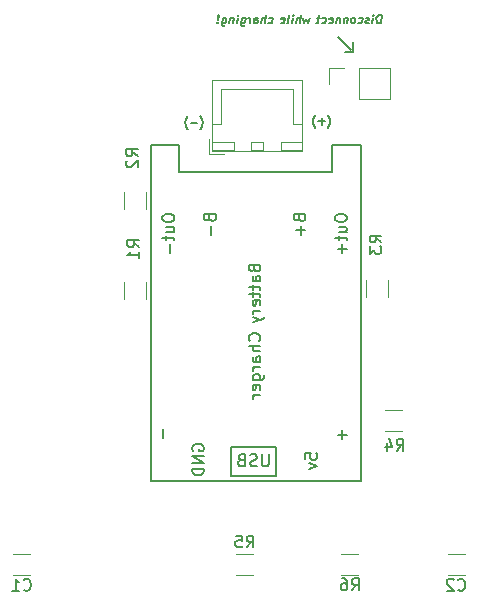
<source format=gbr>
%TF.GenerationSoftware,KiCad,Pcbnew,(7.0.0)*%
%TF.CreationDate,2023-03-13T08:12:35+05:30*%
%TF.ProjectId,Stem,5374656d-2e6b-4696-9361-645f70636258,1.0*%
%TF.SameCoordinates,Original*%
%TF.FileFunction,Legend,Bot*%
%TF.FilePolarity,Positive*%
%FSLAX46Y46*%
G04 Gerber Fmt 4.6, Leading zero omitted, Abs format (unit mm)*
G04 Created by KiCad (PCBNEW (7.0.0)) date 2023-03-13 08:12:35*
%MOMM*%
%LPD*%
G01*
G04 APERTURE LIST*
%ADD10C,0.200000*%
%ADD11C,0.150000*%
%ADD12C,0.120000*%
G04 APERTURE END LIST*
D10*
X154080000Y-53720000D02*
X155180000Y-54820000D01*
X155380000Y-54220000D02*
X155380000Y-55020000D01*
X155380000Y-55020000D02*
X154680000Y-55020000D01*
D11*
X157679164Y-52577166D02*
X157766664Y-51877166D01*
X157766664Y-51877166D02*
X157599997Y-51877166D01*
X157599997Y-51877166D02*
X157495830Y-51910500D01*
X157495830Y-51910500D02*
X157420830Y-51977166D01*
X157420830Y-51977166D02*
X157379164Y-52043833D01*
X157379164Y-52043833D02*
X157329164Y-52177166D01*
X157329164Y-52177166D02*
X157316664Y-52277166D01*
X157316664Y-52277166D02*
X157333330Y-52410500D01*
X157333330Y-52410500D02*
X157358330Y-52477166D01*
X157358330Y-52477166D02*
X157416664Y-52543833D01*
X157416664Y-52543833D02*
X157512497Y-52577166D01*
X157512497Y-52577166D02*
X157679164Y-52577166D01*
X156979164Y-52577166D02*
X157037497Y-52110500D01*
X157066664Y-51877166D02*
X157095830Y-51910500D01*
X157095830Y-51910500D02*
X157058330Y-51943833D01*
X157058330Y-51943833D02*
X157029164Y-51910500D01*
X157029164Y-51910500D02*
X157066664Y-51877166D01*
X157066664Y-51877166D02*
X157058330Y-51943833D01*
X156683331Y-52543833D02*
X156612497Y-52577166D01*
X156612497Y-52577166D02*
X156479164Y-52577166D01*
X156479164Y-52577166D02*
X156416664Y-52543833D01*
X156416664Y-52543833D02*
X156391664Y-52477166D01*
X156391664Y-52477166D02*
X156395831Y-52443833D01*
X156395831Y-52443833D02*
X156437497Y-52377166D01*
X156437497Y-52377166D02*
X156508331Y-52343833D01*
X156508331Y-52343833D02*
X156608331Y-52343833D01*
X156608331Y-52343833D02*
X156679164Y-52310500D01*
X156679164Y-52310500D02*
X156720831Y-52243833D01*
X156720831Y-52243833D02*
X156724997Y-52210500D01*
X156724997Y-52210500D02*
X156699997Y-52143833D01*
X156699997Y-52143833D02*
X156637497Y-52110500D01*
X156637497Y-52110500D02*
X156537497Y-52110500D01*
X156537497Y-52110500D02*
X156466664Y-52143833D01*
X155783330Y-52543833D02*
X155845830Y-52577166D01*
X155845830Y-52577166D02*
X155979164Y-52577166D01*
X155979164Y-52577166D02*
X156049997Y-52543833D01*
X156049997Y-52543833D02*
X156087497Y-52510500D01*
X156087497Y-52510500D02*
X156129164Y-52443833D01*
X156129164Y-52443833D02*
X156154164Y-52243833D01*
X156154164Y-52243833D02*
X156129164Y-52177166D01*
X156129164Y-52177166D02*
X156099997Y-52143833D01*
X156099997Y-52143833D02*
X156037497Y-52110500D01*
X156037497Y-52110500D02*
X155904164Y-52110500D01*
X155904164Y-52110500D02*
X155833330Y-52143833D01*
X155379164Y-52577166D02*
X155449997Y-52543833D01*
X155449997Y-52543833D02*
X155487497Y-52510500D01*
X155487497Y-52510500D02*
X155529164Y-52443833D01*
X155529164Y-52443833D02*
X155554164Y-52243833D01*
X155554164Y-52243833D02*
X155529164Y-52177166D01*
X155529164Y-52177166D02*
X155499997Y-52143833D01*
X155499997Y-52143833D02*
X155437497Y-52110500D01*
X155437497Y-52110500D02*
X155337497Y-52110500D01*
X155337497Y-52110500D02*
X155266664Y-52143833D01*
X155266664Y-52143833D02*
X155229164Y-52177166D01*
X155229164Y-52177166D02*
X155187497Y-52243833D01*
X155187497Y-52243833D02*
X155162497Y-52443833D01*
X155162497Y-52443833D02*
X155187497Y-52510500D01*
X155187497Y-52510500D02*
X155216664Y-52543833D01*
X155216664Y-52543833D02*
X155279164Y-52577166D01*
X155279164Y-52577166D02*
X155379164Y-52577166D01*
X154904164Y-52110500D02*
X154845831Y-52577166D01*
X154895831Y-52177166D02*
X154866664Y-52143833D01*
X154866664Y-52143833D02*
X154804164Y-52110500D01*
X154804164Y-52110500D02*
X154704164Y-52110500D01*
X154704164Y-52110500D02*
X154633331Y-52143833D01*
X154633331Y-52143833D02*
X154591664Y-52210500D01*
X154591664Y-52210500D02*
X154545831Y-52577166D01*
X154270831Y-52110500D02*
X154212498Y-52577166D01*
X154262498Y-52177166D02*
X154233331Y-52143833D01*
X154233331Y-52143833D02*
X154170831Y-52110500D01*
X154170831Y-52110500D02*
X154070831Y-52110500D01*
X154070831Y-52110500D02*
X153999998Y-52143833D01*
X153999998Y-52143833D02*
X153958331Y-52210500D01*
X153958331Y-52210500D02*
X153912498Y-52577166D01*
X153316665Y-52543833D02*
X153379165Y-52577166D01*
X153379165Y-52577166D02*
X153512498Y-52577166D01*
X153512498Y-52577166D02*
X153583331Y-52543833D01*
X153583331Y-52543833D02*
X153624998Y-52477166D01*
X153624998Y-52477166D02*
X153658331Y-52210500D01*
X153658331Y-52210500D02*
X153633331Y-52143833D01*
X153633331Y-52143833D02*
X153570831Y-52110500D01*
X153570831Y-52110500D02*
X153437498Y-52110500D01*
X153437498Y-52110500D02*
X153366665Y-52143833D01*
X153366665Y-52143833D02*
X153324998Y-52210500D01*
X153324998Y-52210500D02*
X153316665Y-52277166D01*
X153316665Y-52277166D02*
X153641665Y-52343833D01*
X152683331Y-52543833D02*
X152745831Y-52577166D01*
X152745831Y-52577166D02*
X152879165Y-52577166D01*
X152879165Y-52577166D02*
X152949998Y-52543833D01*
X152949998Y-52543833D02*
X152987498Y-52510500D01*
X152987498Y-52510500D02*
X153029165Y-52443833D01*
X153029165Y-52443833D02*
X153054165Y-52243833D01*
X153054165Y-52243833D02*
X153029165Y-52177166D01*
X153029165Y-52177166D02*
X152999998Y-52143833D01*
X152999998Y-52143833D02*
X152937498Y-52110500D01*
X152937498Y-52110500D02*
X152804165Y-52110500D01*
X152804165Y-52110500D02*
X152733331Y-52143833D01*
X152537498Y-52110500D02*
X152270831Y-52110500D01*
X152466665Y-51877166D02*
X152391665Y-52477166D01*
X152391665Y-52477166D02*
X152349998Y-52543833D01*
X152349998Y-52543833D02*
X152279165Y-52577166D01*
X152279165Y-52577166D02*
X152212498Y-52577166D01*
X151684165Y-52110500D02*
X151492498Y-52577166D01*
X151492498Y-52577166D02*
X151400831Y-52243833D01*
X151400831Y-52243833D02*
X151225831Y-52577166D01*
X151225831Y-52577166D02*
X151150831Y-52110500D01*
X150825832Y-52577166D02*
X150913332Y-51877166D01*
X150525832Y-52577166D02*
X150571665Y-52210500D01*
X150571665Y-52210500D02*
X150613332Y-52143833D01*
X150613332Y-52143833D02*
X150684165Y-52110500D01*
X150684165Y-52110500D02*
X150784165Y-52110500D01*
X150784165Y-52110500D02*
X150846665Y-52143833D01*
X150846665Y-52143833D02*
X150875832Y-52177166D01*
X150192499Y-52577166D02*
X150250832Y-52110500D01*
X150279999Y-51877166D02*
X150309165Y-51910500D01*
X150309165Y-51910500D02*
X150271665Y-51943833D01*
X150271665Y-51943833D02*
X150242499Y-51910500D01*
X150242499Y-51910500D02*
X150279999Y-51877166D01*
X150279999Y-51877166D02*
X150271665Y-51943833D01*
X149759166Y-52577166D02*
X149829999Y-52543833D01*
X149829999Y-52543833D02*
X149871666Y-52477166D01*
X149871666Y-52477166D02*
X149946666Y-51877166D01*
X149229999Y-52543833D02*
X149292499Y-52577166D01*
X149292499Y-52577166D02*
X149425832Y-52577166D01*
X149425832Y-52577166D02*
X149496665Y-52543833D01*
X149496665Y-52543833D02*
X149538332Y-52477166D01*
X149538332Y-52477166D02*
X149571665Y-52210500D01*
X149571665Y-52210500D02*
X149546665Y-52143833D01*
X149546665Y-52143833D02*
X149484165Y-52110500D01*
X149484165Y-52110500D02*
X149350832Y-52110500D01*
X149350832Y-52110500D02*
X149279999Y-52143833D01*
X149279999Y-52143833D02*
X149238332Y-52210500D01*
X149238332Y-52210500D02*
X149229999Y-52277166D01*
X149229999Y-52277166D02*
X149554999Y-52343833D01*
X148176665Y-52543833D02*
X148239165Y-52577166D01*
X148239165Y-52577166D02*
X148372499Y-52577166D01*
X148372499Y-52577166D02*
X148443332Y-52543833D01*
X148443332Y-52543833D02*
X148480832Y-52510500D01*
X148480832Y-52510500D02*
X148522499Y-52443833D01*
X148522499Y-52443833D02*
X148547499Y-52243833D01*
X148547499Y-52243833D02*
X148522499Y-52177166D01*
X148522499Y-52177166D02*
X148493332Y-52143833D01*
X148493332Y-52143833D02*
X148430832Y-52110500D01*
X148430832Y-52110500D02*
X148297499Y-52110500D01*
X148297499Y-52110500D02*
X148226665Y-52143833D01*
X147872499Y-52577166D02*
X147959999Y-51877166D01*
X147572499Y-52577166D02*
X147618332Y-52210500D01*
X147618332Y-52210500D02*
X147659999Y-52143833D01*
X147659999Y-52143833D02*
X147730832Y-52110500D01*
X147730832Y-52110500D02*
X147830832Y-52110500D01*
X147830832Y-52110500D02*
X147893332Y-52143833D01*
X147893332Y-52143833D02*
X147922499Y-52177166D01*
X146939166Y-52577166D02*
X146984999Y-52210500D01*
X146984999Y-52210500D02*
X147026666Y-52143833D01*
X147026666Y-52143833D02*
X147097499Y-52110500D01*
X147097499Y-52110500D02*
X147230832Y-52110500D01*
X147230832Y-52110500D02*
X147293332Y-52143833D01*
X146943332Y-52543833D02*
X147005832Y-52577166D01*
X147005832Y-52577166D02*
X147172499Y-52577166D01*
X147172499Y-52577166D02*
X147243332Y-52543833D01*
X147243332Y-52543833D02*
X147284999Y-52477166D01*
X147284999Y-52477166D02*
X147293332Y-52410500D01*
X147293332Y-52410500D02*
X147268332Y-52343833D01*
X147268332Y-52343833D02*
X147205832Y-52310500D01*
X147205832Y-52310500D02*
X147039166Y-52310500D01*
X147039166Y-52310500D02*
X146976666Y-52277166D01*
X146605833Y-52577166D02*
X146664166Y-52110500D01*
X146647499Y-52243833D02*
X146622499Y-52177166D01*
X146622499Y-52177166D02*
X146593333Y-52143833D01*
X146593333Y-52143833D02*
X146530833Y-52110500D01*
X146530833Y-52110500D02*
X146464166Y-52110500D01*
X145930833Y-52110500D02*
X145860000Y-52677166D01*
X145860000Y-52677166D02*
X145885000Y-52743833D01*
X145885000Y-52743833D02*
X145914166Y-52777166D01*
X145914166Y-52777166D02*
X145976666Y-52810500D01*
X145976666Y-52810500D02*
X146076666Y-52810500D01*
X146076666Y-52810500D02*
X146147500Y-52777166D01*
X145876666Y-52543833D02*
X145939166Y-52577166D01*
X145939166Y-52577166D02*
X146072500Y-52577166D01*
X146072500Y-52577166D02*
X146143333Y-52543833D01*
X146143333Y-52543833D02*
X146180833Y-52510500D01*
X146180833Y-52510500D02*
X146222500Y-52443833D01*
X146222500Y-52443833D02*
X146247500Y-52243833D01*
X146247500Y-52243833D02*
X146222500Y-52177166D01*
X146222500Y-52177166D02*
X146193333Y-52143833D01*
X146193333Y-52143833D02*
X146130833Y-52110500D01*
X146130833Y-52110500D02*
X145997500Y-52110500D01*
X145997500Y-52110500D02*
X145926666Y-52143833D01*
X145514167Y-52577166D02*
X145572500Y-52110500D01*
X145601667Y-51877166D02*
X145630833Y-51910500D01*
X145630833Y-51910500D02*
X145593333Y-51943833D01*
X145593333Y-51943833D02*
X145564167Y-51910500D01*
X145564167Y-51910500D02*
X145601667Y-51877166D01*
X145601667Y-51877166D02*
X145593333Y-51943833D01*
X145239167Y-52110500D02*
X145180834Y-52577166D01*
X145230834Y-52177166D02*
X145201667Y-52143833D01*
X145201667Y-52143833D02*
X145139167Y-52110500D01*
X145139167Y-52110500D02*
X145039167Y-52110500D01*
X145039167Y-52110500D02*
X144968334Y-52143833D01*
X144968334Y-52143833D02*
X144926667Y-52210500D01*
X144926667Y-52210500D02*
X144880834Y-52577166D01*
X144305834Y-52110500D02*
X144235001Y-52677166D01*
X144235001Y-52677166D02*
X144260001Y-52743833D01*
X144260001Y-52743833D02*
X144289167Y-52777166D01*
X144289167Y-52777166D02*
X144351667Y-52810500D01*
X144351667Y-52810500D02*
X144451667Y-52810500D01*
X144451667Y-52810500D02*
X144522501Y-52777166D01*
X144251667Y-52543833D02*
X144314167Y-52577166D01*
X144314167Y-52577166D02*
X144447501Y-52577166D01*
X144447501Y-52577166D02*
X144518334Y-52543833D01*
X144518334Y-52543833D02*
X144555834Y-52510500D01*
X144555834Y-52510500D02*
X144597501Y-52443833D01*
X144597501Y-52443833D02*
X144622501Y-52243833D01*
X144622501Y-52243833D02*
X144597501Y-52177166D01*
X144597501Y-52177166D02*
X144568334Y-52143833D01*
X144568334Y-52143833D02*
X144505834Y-52110500D01*
X144505834Y-52110500D02*
X144372501Y-52110500D01*
X144372501Y-52110500D02*
X144301667Y-52143833D01*
X143897501Y-52510500D02*
X143860001Y-52543833D01*
X143860001Y-52543833D02*
X143889168Y-52577166D01*
X143889168Y-52577166D02*
X143926668Y-52543833D01*
X143926668Y-52543833D02*
X143897501Y-52510500D01*
X143897501Y-52510500D02*
X143889168Y-52577166D01*
X143922501Y-52310500D02*
X144005834Y-51910500D01*
X144005834Y-51910500D02*
X143976668Y-51877166D01*
X143976668Y-51877166D02*
X143939168Y-51910500D01*
X143939168Y-51910500D02*
X143922501Y-52310500D01*
X143922501Y-52310500D02*
X143976668Y-51877166D01*
X142413333Y-61543833D02*
X142446666Y-61510500D01*
X142446666Y-61510500D02*
X142513333Y-61410500D01*
X142513333Y-61410500D02*
X142546666Y-61343833D01*
X142546666Y-61343833D02*
X142580000Y-61243833D01*
X142580000Y-61243833D02*
X142613333Y-61077166D01*
X142613333Y-61077166D02*
X142613333Y-60943833D01*
X142613333Y-60943833D02*
X142580000Y-60777166D01*
X142580000Y-60777166D02*
X142546666Y-60677166D01*
X142546666Y-60677166D02*
X142513333Y-60610500D01*
X142513333Y-60610500D02*
X142446666Y-60510500D01*
X142446666Y-60510500D02*
X142413333Y-60477166D01*
X142146666Y-61010500D02*
X141613333Y-61010500D01*
X141346666Y-61543833D02*
X141313332Y-61510500D01*
X141313332Y-61510500D02*
X141246666Y-61410500D01*
X141246666Y-61410500D02*
X141213332Y-61343833D01*
X141213332Y-61343833D02*
X141179999Y-61243833D01*
X141179999Y-61243833D02*
X141146666Y-61077166D01*
X141146666Y-61077166D02*
X141146666Y-60943833D01*
X141146666Y-60943833D02*
X141179999Y-60777166D01*
X141179999Y-60777166D02*
X141213332Y-60677166D01*
X141213332Y-60677166D02*
X141246666Y-60610500D01*
X141246666Y-60610500D02*
X141313332Y-60510500D01*
X141313332Y-60510500D02*
X141346666Y-60477166D01*
X153213333Y-61443833D02*
X153246666Y-61410500D01*
X153246666Y-61410500D02*
X153313333Y-61310500D01*
X153313333Y-61310500D02*
X153346666Y-61243833D01*
X153346666Y-61243833D02*
X153380000Y-61143833D01*
X153380000Y-61143833D02*
X153413333Y-60977166D01*
X153413333Y-60977166D02*
X153413333Y-60843833D01*
X153413333Y-60843833D02*
X153380000Y-60677166D01*
X153380000Y-60677166D02*
X153346666Y-60577166D01*
X153346666Y-60577166D02*
X153313333Y-60510500D01*
X153313333Y-60510500D02*
X153246666Y-60410500D01*
X153246666Y-60410500D02*
X153213333Y-60377166D01*
X152946666Y-60910500D02*
X152413333Y-60910500D01*
X152679999Y-61177166D02*
X152679999Y-60643833D01*
X152146666Y-61443833D02*
X152113332Y-61410500D01*
X152113332Y-61410500D02*
X152046666Y-61310500D01*
X152046666Y-61310500D02*
X152013332Y-61243833D01*
X152013332Y-61243833D02*
X151979999Y-61143833D01*
X151979999Y-61143833D02*
X151946666Y-60977166D01*
X151946666Y-60977166D02*
X151946666Y-60843833D01*
X151946666Y-60843833D02*
X151979999Y-60677166D01*
X151979999Y-60677166D02*
X152013332Y-60577166D01*
X152013332Y-60577166D02*
X152046666Y-60510500D01*
X152046666Y-60510500D02*
X152113332Y-60410500D01*
X152113332Y-60410500D02*
X152146666Y-60377166D01*
%TO.C,R2*%
X137147380Y-63853333D02*
X136671190Y-63520000D01*
X137147380Y-63281905D02*
X136147380Y-63281905D01*
X136147380Y-63281905D02*
X136147380Y-63662857D01*
X136147380Y-63662857D02*
X136195000Y-63758095D01*
X136195000Y-63758095D02*
X136242619Y-63805714D01*
X136242619Y-63805714D02*
X136337857Y-63853333D01*
X136337857Y-63853333D02*
X136480714Y-63853333D01*
X136480714Y-63853333D02*
X136575952Y-63805714D01*
X136575952Y-63805714D02*
X136623571Y-63758095D01*
X136623571Y-63758095D02*
X136671190Y-63662857D01*
X136671190Y-63662857D02*
X136671190Y-63281905D01*
X136242619Y-64234286D02*
X136195000Y-64281905D01*
X136195000Y-64281905D02*
X136147380Y-64377143D01*
X136147380Y-64377143D02*
X136147380Y-64615238D01*
X136147380Y-64615238D02*
X136195000Y-64710476D01*
X136195000Y-64710476D02*
X136242619Y-64758095D01*
X136242619Y-64758095D02*
X136337857Y-64805714D01*
X136337857Y-64805714D02*
X136433095Y-64805714D01*
X136433095Y-64805714D02*
X136575952Y-64758095D01*
X136575952Y-64758095D02*
X137147380Y-64186667D01*
X137147380Y-64186667D02*
X137147380Y-64805714D01*
%TO.C,R3*%
X157747380Y-71153333D02*
X157271190Y-70820000D01*
X157747380Y-70581905D02*
X156747380Y-70581905D01*
X156747380Y-70581905D02*
X156747380Y-70962857D01*
X156747380Y-70962857D02*
X156795000Y-71058095D01*
X156795000Y-71058095D02*
X156842619Y-71105714D01*
X156842619Y-71105714D02*
X156937857Y-71153333D01*
X156937857Y-71153333D02*
X157080714Y-71153333D01*
X157080714Y-71153333D02*
X157175952Y-71105714D01*
X157175952Y-71105714D02*
X157223571Y-71058095D01*
X157223571Y-71058095D02*
X157271190Y-70962857D01*
X157271190Y-70962857D02*
X157271190Y-70581905D01*
X156747380Y-71486667D02*
X156747380Y-72105714D01*
X156747380Y-72105714D02*
X157128333Y-71772381D01*
X157128333Y-71772381D02*
X157128333Y-71915238D01*
X157128333Y-71915238D02*
X157175952Y-72010476D01*
X157175952Y-72010476D02*
X157223571Y-72058095D01*
X157223571Y-72058095D02*
X157318809Y-72105714D01*
X157318809Y-72105714D02*
X157556904Y-72105714D01*
X157556904Y-72105714D02*
X157652142Y-72058095D01*
X157652142Y-72058095D02*
X157699761Y-72010476D01*
X157699761Y-72010476D02*
X157747380Y-71915238D01*
X157747380Y-71915238D02*
X157747380Y-71629524D01*
X157747380Y-71629524D02*
X157699761Y-71534286D01*
X157699761Y-71534286D02*
X157652142Y-71486667D01*
%TO.C,C2*%
X164246666Y-100542142D02*
X164294285Y-100589761D01*
X164294285Y-100589761D02*
X164437142Y-100637380D01*
X164437142Y-100637380D02*
X164532380Y-100637380D01*
X164532380Y-100637380D02*
X164675237Y-100589761D01*
X164675237Y-100589761D02*
X164770475Y-100494523D01*
X164770475Y-100494523D02*
X164818094Y-100399285D01*
X164818094Y-100399285D02*
X164865713Y-100208809D01*
X164865713Y-100208809D02*
X164865713Y-100065952D01*
X164865713Y-100065952D02*
X164818094Y-99875476D01*
X164818094Y-99875476D02*
X164770475Y-99780238D01*
X164770475Y-99780238D02*
X164675237Y-99685000D01*
X164675237Y-99685000D02*
X164532380Y-99637380D01*
X164532380Y-99637380D02*
X164437142Y-99637380D01*
X164437142Y-99637380D02*
X164294285Y-99685000D01*
X164294285Y-99685000D02*
X164246666Y-99732619D01*
X163865713Y-99732619D02*
X163818094Y-99685000D01*
X163818094Y-99685000D02*
X163722856Y-99637380D01*
X163722856Y-99637380D02*
X163484761Y-99637380D01*
X163484761Y-99637380D02*
X163389523Y-99685000D01*
X163389523Y-99685000D02*
X163341904Y-99732619D01*
X163341904Y-99732619D02*
X163294285Y-99827857D01*
X163294285Y-99827857D02*
X163294285Y-99923095D01*
X163294285Y-99923095D02*
X163341904Y-100065952D01*
X163341904Y-100065952D02*
X163913332Y-100637380D01*
X163913332Y-100637380D02*
X163294285Y-100637380D01*
%TO.C,R1*%
X137247380Y-71553333D02*
X136771190Y-71220000D01*
X137247380Y-70981905D02*
X136247380Y-70981905D01*
X136247380Y-70981905D02*
X136247380Y-71362857D01*
X136247380Y-71362857D02*
X136295000Y-71458095D01*
X136295000Y-71458095D02*
X136342619Y-71505714D01*
X136342619Y-71505714D02*
X136437857Y-71553333D01*
X136437857Y-71553333D02*
X136580714Y-71553333D01*
X136580714Y-71553333D02*
X136675952Y-71505714D01*
X136675952Y-71505714D02*
X136723571Y-71458095D01*
X136723571Y-71458095D02*
X136771190Y-71362857D01*
X136771190Y-71362857D02*
X136771190Y-70981905D01*
X137247380Y-72505714D02*
X137247380Y-71934286D01*
X137247380Y-72220000D02*
X136247380Y-72220000D01*
X136247380Y-72220000D02*
X136390238Y-72124762D01*
X136390238Y-72124762D02*
X136485476Y-72029524D01*
X136485476Y-72029524D02*
X136533095Y-71934286D01*
%TO.C,C1*%
X127446666Y-100542142D02*
X127494285Y-100589761D01*
X127494285Y-100589761D02*
X127637142Y-100637380D01*
X127637142Y-100637380D02*
X127732380Y-100637380D01*
X127732380Y-100637380D02*
X127875237Y-100589761D01*
X127875237Y-100589761D02*
X127970475Y-100494523D01*
X127970475Y-100494523D02*
X128018094Y-100399285D01*
X128018094Y-100399285D02*
X128065713Y-100208809D01*
X128065713Y-100208809D02*
X128065713Y-100065952D01*
X128065713Y-100065952D02*
X128018094Y-99875476D01*
X128018094Y-99875476D02*
X127970475Y-99780238D01*
X127970475Y-99780238D02*
X127875237Y-99685000D01*
X127875237Y-99685000D02*
X127732380Y-99637380D01*
X127732380Y-99637380D02*
X127637142Y-99637380D01*
X127637142Y-99637380D02*
X127494285Y-99685000D01*
X127494285Y-99685000D02*
X127446666Y-99732619D01*
X126494285Y-100637380D02*
X127065713Y-100637380D01*
X126779999Y-100637380D02*
X126779999Y-99637380D01*
X126779999Y-99637380D02*
X126875237Y-99780238D01*
X126875237Y-99780238D02*
X126970475Y-99875476D01*
X126970475Y-99875476D02*
X127065713Y-99923095D01*
%TO.C,R6*%
X155246666Y-100607380D02*
X155579999Y-100131190D01*
X155818094Y-100607380D02*
X155818094Y-99607380D01*
X155818094Y-99607380D02*
X155437142Y-99607380D01*
X155437142Y-99607380D02*
X155341904Y-99655000D01*
X155341904Y-99655000D02*
X155294285Y-99702619D01*
X155294285Y-99702619D02*
X155246666Y-99797857D01*
X155246666Y-99797857D02*
X155246666Y-99940714D01*
X155246666Y-99940714D02*
X155294285Y-100035952D01*
X155294285Y-100035952D02*
X155341904Y-100083571D01*
X155341904Y-100083571D02*
X155437142Y-100131190D01*
X155437142Y-100131190D02*
X155818094Y-100131190D01*
X154389523Y-99607380D02*
X154579999Y-99607380D01*
X154579999Y-99607380D02*
X154675237Y-99655000D01*
X154675237Y-99655000D02*
X154722856Y-99702619D01*
X154722856Y-99702619D02*
X154818094Y-99845476D01*
X154818094Y-99845476D02*
X154865713Y-100035952D01*
X154865713Y-100035952D02*
X154865713Y-100416904D01*
X154865713Y-100416904D02*
X154818094Y-100512142D01*
X154818094Y-100512142D02*
X154770475Y-100559761D01*
X154770475Y-100559761D02*
X154675237Y-100607380D01*
X154675237Y-100607380D02*
X154484761Y-100607380D01*
X154484761Y-100607380D02*
X154389523Y-100559761D01*
X154389523Y-100559761D02*
X154341904Y-100512142D01*
X154341904Y-100512142D02*
X154294285Y-100416904D01*
X154294285Y-100416904D02*
X154294285Y-100178809D01*
X154294285Y-100178809D02*
X154341904Y-100083571D01*
X154341904Y-100083571D02*
X154389523Y-100035952D01*
X154389523Y-100035952D02*
X154484761Y-99988333D01*
X154484761Y-99988333D02*
X154675237Y-99988333D01*
X154675237Y-99988333D02*
X154770475Y-100035952D01*
X154770475Y-100035952D02*
X154818094Y-100083571D01*
X154818094Y-100083571D02*
X154865713Y-100178809D01*
%TO.C,R5*%
X146346666Y-96967380D02*
X146679999Y-96491190D01*
X146918094Y-96967380D02*
X146918094Y-95967380D01*
X146918094Y-95967380D02*
X146537142Y-95967380D01*
X146537142Y-95967380D02*
X146441904Y-96015000D01*
X146441904Y-96015000D02*
X146394285Y-96062619D01*
X146394285Y-96062619D02*
X146346666Y-96157857D01*
X146346666Y-96157857D02*
X146346666Y-96300714D01*
X146346666Y-96300714D02*
X146394285Y-96395952D01*
X146394285Y-96395952D02*
X146441904Y-96443571D01*
X146441904Y-96443571D02*
X146537142Y-96491190D01*
X146537142Y-96491190D02*
X146918094Y-96491190D01*
X145441904Y-95967380D02*
X145918094Y-95967380D01*
X145918094Y-95967380D02*
X145965713Y-96443571D01*
X145965713Y-96443571D02*
X145918094Y-96395952D01*
X145918094Y-96395952D02*
X145822856Y-96348333D01*
X145822856Y-96348333D02*
X145584761Y-96348333D01*
X145584761Y-96348333D02*
X145489523Y-96395952D01*
X145489523Y-96395952D02*
X145441904Y-96443571D01*
X145441904Y-96443571D02*
X145394285Y-96538809D01*
X145394285Y-96538809D02*
X145394285Y-96776904D01*
X145394285Y-96776904D02*
X145441904Y-96872142D01*
X145441904Y-96872142D02*
X145489523Y-96919761D01*
X145489523Y-96919761D02*
X145584761Y-96967380D01*
X145584761Y-96967380D02*
X145822856Y-96967380D01*
X145822856Y-96967380D02*
X145918094Y-96919761D01*
X145918094Y-96919761D02*
X145965713Y-96872142D01*
%TO.C,R4*%
X159046666Y-88787380D02*
X159379999Y-88311190D01*
X159618094Y-88787380D02*
X159618094Y-87787380D01*
X159618094Y-87787380D02*
X159237142Y-87787380D01*
X159237142Y-87787380D02*
X159141904Y-87835000D01*
X159141904Y-87835000D02*
X159094285Y-87882619D01*
X159094285Y-87882619D02*
X159046666Y-87977857D01*
X159046666Y-87977857D02*
X159046666Y-88120714D01*
X159046666Y-88120714D02*
X159094285Y-88215952D01*
X159094285Y-88215952D02*
X159141904Y-88263571D01*
X159141904Y-88263571D02*
X159237142Y-88311190D01*
X159237142Y-88311190D02*
X159618094Y-88311190D01*
X158189523Y-88120714D02*
X158189523Y-88787380D01*
X158427618Y-87739761D02*
X158665713Y-88454047D01*
X158665713Y-88454047D02*
X158046666Y-88454047D01*
%TO.C,TP1*%
X146986071Y-73356308D02*
X147033690Y-73499165D01*
X147033690Y-73499165D02*
X147081309Y-73546784D01*
X147081309Y-73546784D02*
X147176547Y-73594403D01*
X147176547Y-73594403D02*
X147319404Y-73594403D01*
X147319404Y-73594403D02*
X147414642Y-73546784D01*
X147414642Y-73546784D02*
X147462261Y-73499165D01*
X147462261Y-73499165D02*
X147509880Y-73403927D01*
X147509880Y-73403927D02*
X147509880Y-73022975D01*
X147509880Y-73022975D02*
X146509880Y-73022975D01*
X146509880Y-73022975D02*
X146509880Y-73356308D01*
X146509880Y-73356308D02*
X146557500Y-73451546D01*
X146557500Y-73451546D02*
X146605119Y-73499165D01*
X146605119Y-73499165D02*
X146700357Y-73546784D01*
X146700357Y-73546784D02*
X146795595Y-73546784D01*
X146795595Y-73546784D02*
X146890833Y-73499165D01*
X146890833Y-73499165D02*
X146938452Y-73451546D01*
X146938452Y-73451546D02*
X146986071Y-73356308D01*
X146986071Y-73356308D02*
X146986071Y-73022975D01*
X147509880Y-74451546D02*
X146986071Y-74451546D01*
X146986071Y-74451546D02*
X146890833Y-74403927D01*
X146890833Y-74403927D02*
X146843214Y-74308689D01*
X146843214Y-74308689D02*
X146843214Y-74118213D01*
X146843214Y-74118213D02*
X146890833Y-74022975D01*
X147462261Y-74451546D02*
X147509880Y-74356308D01*
X147509880Y-74356308D02*
X147509880Y-74118213D01*
X147509880Y-74118213D02*
X147462261Y-74022975D01*
X147462261Y-74022975D02*
X147367023Y-73975356D01*
X147367023Y-73975356D02*
X147271785Y-73975356D01*
X147271785Y-73975356D02*
X147176547Y-74022975D01*
X147176547Y-74022975D02*
X147128928Y-74118213D01*
X147128928Y-74118213D02*
X147128928Y-74356308D01*
X147128928Y-74356308D02*
X147081309Y-74451546D01*
X146843214Y-74784880D02*
X146843214Y-75165832D01*
X146509880Y-74927737D02*
X147367023Y-74927737D01*
X147367023Y-74927737D02*
X147462261Y-74975356D01*
X147462261Y-74975356D02*
X147509880Y-75070594D01*
X147509880Y-75070594D02*
X147509880Y-75165832D01*
X146843214Y-75356309D02*
X146843214Y-75737261D01*
X146509880Y-75499166D02*
X147367023Y-75499166D01*
X147367023Y-75499166D02*
X147462261Y-75546785D01*
X147462261Y-75546785D02*
X147509880Y-75642023D01*
X147509880Y-75642023D02*
X147509880Y-75737261D01*
X147462261Y-76451547D02*
X147509880Y-76356309D01*
X147509880Y-76356309D02*
X147509880Y-76165833D01*
X147509880Y-76165833D02*
X147462261Y-76070595D01*
X147462261Y-76070595D02*
X147367023Y-76022976D01*
X147367023Y-76022976D02*
X146986071Y-76022976D01*
X146986071Y-76022976D02*
X146890833Y-76070595D01*
X146890833Y-76070595D02*
X146843214Y-76165833D01*
X146843214Y-76165833D02*
X146843214Y-76356309D01*
X146843214Y-76356309D02*
X146890833Y-76451547D01*
X146890833Y-76451547D02*
X146986071Y-76499166D01*
X146986071Y-76499166D02*
X147081309Y-76499166D01*
X147081309Y-76499166D02*
X147176547Y-76022976D01*
X147509880Y-76927738D02*
X146843214Y-76927738D01*
X147033690Y-76927738D02*
X146938452Y-76975357D01*
X146938452Y-76975357D02*
X146890833Y-77022976D01*
X146890833Y-77022976D02*
X146843214Y-77118214D01*
X146843214Y-77118214D02*
X146843214Y-77213452D01*
X146843214Y-77451548D02*
X147509880Y-77689643D01*
X146843214Y-77927738D02*
X147509880Y-77689643D01*
X147509880Y-77689643D02*
X147747976Y-77594405D01*
X147747976Y-77594405D02*
X147795595Y-77546786D01*
X147795595Y-77546786D02*
X147843214Y-77451548D01*
X147414642Y-79480119D02*
X147462261Y-79432500D01*
X147462261Y-79432500D02*
X147509880Y-79289643D01*
X147509880Y-79289643D02*
X147509880Y-79194405D01*
X147509880Y-79194405D02*
X147462261Y-79051548D01*
X147462261Y-79051548D02*
X147367023Y-78956310D01*
X147367023Y-78956310D02*
X147271785Y-78908691D01*
X147271785Y-78908691D02*
X147081309Y-78861072D01*
X147081309Y-78861072D02*
X146938452Y-78861072D01*
X146938452Y-78861072D02*
X146747976Y-78908691D01*
X146747976Y-78908691D02*
X146652738Y-78956310D01*
X146652738Y-78956310D02*
X146557500Y-79051548D01*
X146557500Y-79051548D02*
X146509880Y-79194405D01*
X146509880Y-79194405D02*
X146509880Y-79289643D01*
X146509880Y-79289643D02*
X146557500Y-79432500D01*
X146557500Y-79432500D02*
X146605119Y-79480119D01*
X147509880Y-79908691D02*
X146509880Y-79908691D01*
X147509880Y-80337262D02*
X146986071Y-80337262D01*
X146986071Y-80337262D02*
X146890833Y-80289643D01*
X146890833Y-80289643D02*
X146843214Y-80194405D01*
X146843214Y-80194405D02*
X146843214Y-80051548D01*
X146843214Y-80051548D02*
X146890833Y-79956310D01*
X146890833Y-79956310D02*
X146938452Y-79908691D01*
X147509880Y-81242024D02*
X146986071Y-81242024D01*
X146986071Y-81242024D02*
X146890833Y-81194405D01*
X146890833Y-81194405D02*
X146843214Y-81099167D01*
X146843214Y-81099167D02*
X146843214Y-80908691D01*
X146843214Y-80908691D02*
X146890833Y-80813453D01*
X147462261Y-81242024D02*
X147509880Y-81146786D01*
X147509880Y-81146786D02*
X147509880Y-80908691D01*
X147509880Y-80908691D02*
X147462261Y-80813453D01*
X147462261Y-80813453D02*
X147367023Y-80765834D01*
X147367023Y-80765834D02*
X147271785Y-80765834D01*
X147271785Y-80765834D02*
X147176547Y-80813453D01*
X147176547Y-80813453D02*
X147128928Y-80908691D01*
X147128928Y-80908691D02*
X147128928Y-81146786D01*
X147128928Y-81146786D02*
X147081309Y-81242024D01*
X147509880Y-81718215D02*
X146843214Y-81718215D01*
X147033690Y-81718215D02*
X146938452Y-81765834D01*
X146938452Y-81765834D02*
X146890833Y-81813453D01*
X146890833Y-81813453D02*
X146843214Y-81908691D01*
X146843214Y-81908691D02*
X146843214Y-82003929D01*
X146843214Y-82765834D02*
X147652738Y-82765834D01*
X147652738Y-82765834D02*
X147747976Y-82718215D01*
X147747976Y-82718215D02*
X147795595Y-82670596D01*
X147795595Y-82670596D02*
X147843214Y-82575358D01*
X147843214Y-82575358D02*
X147843214Y-82432501D01*
X147843214Y-82432501D02*
X147795595Y-82337263D01*
X147462261Y-82765834D02*
X147509880Y-82670596D01*
X147509880Y-82670596D02*
X147509880Y-82480120D01*
X147509880Y-82480120D02*
X147462261Y-82384882D01*
X147462261Y-82384882D02*
X147414642Y-82337263D01*
X147414642Y-82337263D02*
X147319404Y-82289644D01*
X147319404Y-82289644D02*
X147033690Y-82289644D01*
X147033690Y-82289644D02*
X146938452Y-82337263D01*
X146938452Y-82337263D02*
X146890833Y-82384882D01*
X146890833Y-82384882D02*
X146843214Y-82480120D01*
X146843214Y-82480120D02*
X146843214Y-82670596D01*
X146843214Y-82670596D02*
X146890833Y-82765834D01*
X147462261Y-83622977D02*
X147509880Y-83527739D01*
X147509880Y-83527739D02*
X147509880Y-83337263D01*
X147509880Y-83337263D02*
X147462261Y-83242025D01*
X147462261Y-83242025D02*
X147367023Y-83194406D01*
X147367023Y-83194406D02*
X146986071Y-83194406D01*
X146986071Y-83194406D02*
X146890833Y-83242025D01*
X146890833Y-83242025D02*
X146843214Y-83337263D01*
X146843214Y-83337263D02*
X146843214Y-83527739D01*
X146843214Y-83527739D02*
X146890833Y-83622977D01*
X146890833Y-83622977D02*
X146986071Y-83670596D01*
X146986071Y-83670596D02*
X147081309Y-83670596D01*
X147081309Y-83670596D02*
X147176547Y-83194406D01*
X147509880Y-84099168D02*
X146843214Y-84099168D01*
X147033690Y-84099168D02*
X146938452Y-84146787D01*
X146938452Y-84146787D02*
X146890833Y-84194406D01*
X146890833Y-84194406D02*
X146843214Y-84289644D01*
X146843214Y-84289644D02*
X146843214Y-84384882D01*
X141757500Y-88770595D02*
X141709880Y-88675357D01*
X141709880Y-88675357D02*
X141709880Y-88532500D01*
X141709880Y-88532500D02*
X141757500Y-88389643D01*
X141757500Y-88389643D02*
X141852738Y-88294405D01*
X141852738Y-88294405D02*
X141947976Y-88246786D01*
X141947976Y-88246786D02*
X142138452Y-88199167D01*
X142138452Y-88199167D02*
X142281309Y-88199167D01*
X142281309Y-88199167D02*
X142471785Y-88246786D01*
X142471785Y-88246786D02*
X142567023Y-88294405D01*
X142567023Y-88294405D02*
X142662261Y-88389643D01*
X142662261Y-88389643D02*
X142709880Y-88532500D01*
X142709880Y-88532500D02*
X142709880Y-88627738D01*
X142709880Y-88627738D02*
X142662261Y-88770595D01*
X142662261Y-88770595D02*
X142614642Y-88818214D01*
X142614642Y-88818214D02*
X142281309Y-88818214D01*
X142281309Y-88818214D02*
X142281309Y-88627738D01*
X142709880Y-89246786D02*
X141709880Y-89246786D01*
X141709880Y-89246786D02*
X142709880Y-89818214D01*
X142709880Y-89818214D02*
X141709880Y-89818214D01*
X142709880Y-90294405D02*
X141709880Y-90294405D01*
X141709880Y-90294405D02*
X141709880Y-90532500D01*
X141709880Y-90532500D02*
X141757500Y-90675357D01*
X141757500Y-90675357D02*
X141852738Y-90770595D01*
X141852738Y-90770595D02*
X141947976Y-90818214D01*
X141947976Y-90818214D02*
X142138452Y-90865833D01*
X142138452Y-90865833D02*
X142281309Y-90865833D01*
X142281309Y-90865833D02*
X142471785Y-90818214D01*
X142471785Y-90818214D02*
X142567023Y-90770595D01*
X142567023Y-90770595D02*
X142662261Y-90675357D01*
X142662261Y-90675357D02*
X142709880Y-90532500D01*
X142709880Y-90532500D02*
X142709880Y-90294405D01*
X143186071Y-69084881D02*
X143233690Y-69227738D01*
X143233690Y-69227738D02*
X143281309Y-69275357D01*
X143281309Y-69275357D02*
X143376547Y-69322976D01*
X143376547Y-69322976D02*
X143519404Y-69322976D01*
X143519404Y-69322976D02*
X143614642Y-69275357D01*
X143614642Y-69275357D02*
X143662261Y-69227738D01*
X143662261Y-69227738D02*
X143709880Y-69132500D01*
X143709880Y-69132500D02*
X143709880Y-68751548D01*
X143709880Y-68751548D02*
X142709880Y-68751548D01*
X142709880Y-68751548D02*
X142709880Y-69084881D01*
X142709880Y-69084881D02*
X142757500Y-69180119D01*
X142757500Y-69180119D02*
X142805119Y-69227738D01*
X142805119Y-69227738D02*
X142900357Y-69275357D01*
X142900357Y-69275357D02*
X142995595Y-69275357D01*
X142995595Y-69275357D02*
X143090833Y-69227738D01*
X143090833Y-69227738D02*
X143138452Y-69180119D01*
X143138452Y-69180119D02*
X143186071Y-69084881D01*
X143186071Y-69084881D02*
X143186071Y-68751548D01*
X143328928Y-69751548D02*
X143328928Y-70513453D01*
X151309880Y-89489642D02*
X151309880Y-89013452D01*
X151309880Y-89013452D02*
X151786071Y-88965833D01*
X151786071Y-88965833D02*
X151738452Y-89013452D01*
X151738452Y-89013452D02*
X151690833Y-89108690D01*
X151690833Y-89108690D02*
X151690833Y-89346785D01*
X151690833Y-89346785D02*
X151738452Y-89442023D01*
X151738452Y-89442023D02*
X151786071Y-89489642D01*
X151786071Y-89489642D02*
X151881309Y-89537261D01*
X151881309Y-89537261D02*
X152119404Y-89537261D01*
X152119404Y-89537261D02*
X152214642Y-89489642D01*
X152214642Y-89489642D02*
X152262261Y-89442023D01*
X152262261Y-89442023D02*
X152309880Y-89346785D01*
X152309880Y-89346785D02*
X152309880Y-89108690D01*
X152309880Y-89108690D02*
X152262261Y-89013452D01*
X152262261Y-89013452D02*
X152214642Y-88965833D01*
X151643214Y-89870595D02*
X152309880Y-90108690D01*
X152309880Y-90108690D02*
X151643214Y-90346785D01*
X139209880Y-68980119D02*
X139209880Y-69170595D01*
X139209880Y-69170595D02*
X139257500Y-69265833D01*
X139257500Y-69265833D02*
X139352738Y-69361071D01*
X139352738Y-69361071D02*
X139543214Y-69408690D01*
X139543214Y-69408690D02*
X139876547Y-69408690D01*
X139876547Y-69408690D02*
X140067023Y-69361071D01*
X140067023Y-69361071D02*
X140162261Y-69265833D01*
X140162261Y-69265833D02*
X140209880Y-69170595D01*
X140209880Y-69170595D02*
X140209880Y-68980119D01*
X140209880Y-68980119D02*
X140162261Y-68884881D01*
X140162261Y-68884881D02*
X140067023Y-68789643D01*
X140067023Y-68789643D02*
X139876547Y-68742024D01*
X139876547Y-68742024D02*
X139543214Y-68742024D01*
X139543214Y-68742024D02*
X139352738Y-68789643D01*
X139352738Y-68789643D02*
X139257500Y-68884881D01*
X139257500Y-68884881D02*
X139209880Y-68980119D01*
X139543214Y-70265833D02*
X140209880Y-70265833D01*
X139543214Y-69837262D02*
X140067023Y-69837262D01*
X140067023Y-69837262D02*
X140162261Y-69884881D01*
X140162261Y-69884881D02*
X140209880Y-69980119D01*
X140209880Y-69980119D02*
X140209880Y-70122976D01*
X140209880Y-70122976D02*
X140162261Y-70218214D01*
X140162261Y-70218214D02*
X140114642Y-70265833D01*
X139543214Y-70599167D02*
X139543214Y-70980119D01*
X139209880Y-70742024D02*
X140067023Y-70742024D01*
X140067023Y-70742024D02*
X140162261Y-70789643D01*
X140162261Y-70789643D02*
X140209880Y-70884881D01*
X140209880Y-70884881D02*
X140209880Y-70980119D01*
X139828928Y-71313453D02*
X139828928Y-72075358D01*
X148204404Y-89099880D02*
X148204404Y-89909404D01*
X148204404Y-89909404D02*
X148156785Y-90004642D01*
X148156785Y-90004642D02*
X148109166Y-90052261D01*
X148109166Y-90052261D02*
X148013928Y-90099880D01*
X148013928Y-90099880D02*
X147823452Y-90099880D01*
X147823452Y-90099880D02*
X147728214Y-90052261D01*
X147728214Y-90052261D02*
X147680595Y-90004642D01*
X147680595Y-90004642D02*
X147632976Y-89909404D01*
X147632976Y-89909404D02*
X147632976Y-89099880D01*
X147204404Y-90052261D02*
X147061547Y-90099880D01*
X147061547Y-90099880D02*
X146823452Y-90099880D01*
X146823452Y-90099880D02*
X146728214Y-90052261D01*
X146728214Y-90052261D02*
X146680595Y-90004642D01*
X146680595Y-90004642D02*
X146632976Y-89909404D01*
X146632976Y-89909404D02*
X146632976Y-89814166D01*
X146632976Y-89814166D02*
X146680595Y-89718928D01*
X146680595Y-89718928D02*
X146728214Y-89671309D01*
X146728214Y-89671309D02*
X146823452Y-89623690D01*
X146823452Y-89623690D02*
X147013928Y-89576071D01*
X147013928Y-89576071D02*
X147109166Y-89528452D01*
X147109166Y-89528452D02*
X147156785Y-89480833D01*
X147156785Y-89480833D02*
X147204404Y-89385595D01*
X147204404Y-89385595D02*
X147204404Y-89290357D01*
X147204404Y-89290357D02*
X147156785Y-89195119D01*
X147156785Y-89195119D02*
X147109166Y-89147500D01*
X147109166Y-89147500D02*
X147013928Y-89099880D01*
X147013928Y-89099880D02*
X146775833Y-89099880D01*
X146775833Y-89099880D02*
X146632976Y-89147500D01*
X145871071Y-89576071D02*
X145728214Y-89623690D01*
X145728214Y-89623690D02*
X145680595Y-89671309D01*
X145680595Y-89671309D02*
X145632976Y-89766547D01*
X145632976Y-89766547D02*
X145632976Y-89909404D01*
X145632976Y-89909404D02*
X145680595Y-90004642D01*
X145680595Y-90004642D02*
X145728214Y-90052261D01*
X145728214Y-90052261D02*
X145823452Y-90099880D01*
X145823452Y-90099880D02*
X146204404Y-90099880D01*
X146204404Y-90099880D02*
X146204404Y-89099880D01*
X146204404Y-89099880D02*
X145871071Y-89099880D01*
X145871071Y-89099880D02*
X145775833Y-89147500D01*
X145775833Y-89147500D02*
X145728214Y-89195119D01*
X145728214Y-89195119D02*
X145680595Y-89290357D01*
X145680595Y-89290357D02*
X145680595Y-89385595D01*
X145680595Y-89385595D02*
X145728214Y-89480833D01*
X145728214Y-89480833D02*
X145775833Y-89528452D01*
X145775833Y-89528452D02*
X145871071Y-89576071D01*
X145871071Y-89576071D02*
X146204404Y-89576071D01*
X153809880Y-68980119D02*
X153809880Y-69170595D01*
X153809880Y-69170595D02*
X153857500Y-69265833D01*
X153857500Y-69265833D02*
X153952738Y-69361071D01*
X153952738Y-69361071D02*
X154143214Y-69408690D01*
X154143214Y-69408690D02*
X154476547Y-69408690D01*
X154476547Y-69408690D02*
X154667023Y-69361071D01*
X154667023Y-69361071D02*
X154762261Y-69265833D01*
X154762261Y-69265833D02*
X154809880Y-69170595D01*
X154809880Y-69170595D02*
X154809880Y-68980119D01*
X154809880Y-68980119D02*
X154762261Y-68884881D01*
X154762261Y-68884881D02*
X154667023Y-68789643D01*
X154667023Y-68789643D02*
X154476547Y-68742024D01*
X154476547Y-68742024D02*
X154143214Y-68742024D01*
X154143214Y-68742024D02*
X153952738Y-68789643D01*
X153952738Y-68789643D02*
X153857500Y-68884881D01*
X153857500Y-68884881D02*
X153809880Y-68980119D01*
X154143214Y-70265833D02*
X154809880Y-70265833D01*
X154143214Y-69837262D02*
X154667023Y-69837262D01*
X154667023Y-69837262D02*
X154762261Y-69884881D01*
X154762261Y-69884881D02*
X154809880Y-69980119D01*
X154809880Y-69980119D02*
X154809880Y-70122976D01*
X154809880Y-70122976D02*
X154762261Y-70218214D01*
X154762261Y-70218214D02*
X154714642Y-70265833D01*
X154143214Y-70599167D02*
X154143214Y-70980119D01*
X153809880Y-70742024D02*
X154667023Y-70742024D01*
X154667023Y-70742024D02*
X154762261Y-70789643D01*
X154762261Y-70789643D02*
X154809880Y-70884881D01*
X154809880Y-70884881D02*
X154809880Y-70980119D01*
X154428928Y-71313453D02*
X154428928Y-72075358D01*
X154809880Y-71694405D02*
X154047976Y-71694405D01*
X139228928Y-86951548D02*
X139228928Y-87713453D01*
X154428928Y-87051548D02*
X154428928Y-87813453D01*
X154809880Y-87432500D02*
X154047976Y-87432500D01*
X150786071Y-69084881D02*
X150833690Y-69227738D01*
X150833690Y-69227738D02*
X150881309Y-69275357D01*
X150881309Y-69275357D02*
X150976547Y-69322976D01*
X150976547Y-69322976D02*
X151119404Y-69322976D01*
X151119404Y-69322976D02*
X151214642Y-69275357D01*
X151214642Y-69275357D02*
X151262261Y-69227738D01*
X151262261Y-69227738D02*
X151309880Y-69132500D01*
X151309880Y-69132500D02*
X151309880Y-68751548D01*
X151309880Y-68751548D02*
X150309880Y-68751548D01*
X150309880Y-68751548D02*
X150309880Y-69084881D01*
X150309880Y-69084881D02*
X150357500Y-69180119D01*
X150357500Y-69180119D02*
X150405119Y-69227738D01*
X150405119Y-69227738D02*
X150500357Y-69275357D01*
X150500357Y-69275357D02*
X150595595Y-69275357D01*
X150595595Y-69275357D02*
X150690833Y-69227738D01*
X150690833Y-69227738D02*
X150738452Y-69180119D01*
X150738452Y-69180119D02*
X150786071Y-69084881D01*
X150786071Y-69084881D02*
X150786071Y-68751548D01*
X150928928Y-69751548D02*
X150928928Y-70513453D01*
X151309880Y-70132500D02*
X150547976Y-70132500D01*
D12*
%TO.C,R2*%
X137790000Y-68347064D02*
X137790000Y-66892936D01*
X135970000Y-68347064D02*
X135970000Y-66892936D01*
%TO.C,R3*%
X156470000Y-74292936D02*
X156470000Y-75747064D01*
X158290000Y-74292936D02*
X158290000Y-75747064D01*
%TO.C,C2*%
X163368748Y-99330000D02*
X164791252Y-99330000D01*
X163368748Y-97510000D02*
X164791252Y-97510000D01*
%TO.C,R1*%
X135970000Y-75947064D02*
X135970000Y-74492936D01*
X137790000Y-75947064D02*
X137790000Y-74492936D01*
%TO.C,J1*%
X151040000Y-57410000D02*
X151040000Y-63380000D01*
X150280000Y-58170000D02*
X147230000Y-58170000D01*
X149230000Y-63370000D02*
X149230000Y-62620000D01*
X151040000Y-63380000D02*
X143420000Y-63380000D01*
X145230000Y-62620000D02*
X145230000Y-63370000D01*
X145230000Y-63370000D02*
X143430000Y-63370000D01*
X151030000Y-63370000D02*
X149230000Y-63370000D01*
X144180000Y-61120000D02*
X144180000Y-58170000D01*
X143430000Y-61120000D02*
X144180000Y-61120000D01*
X150280000Y-61120000D02*
X150280000Y-58170000D01*
X143420000Y-63380000D02*
X143420000Y-57410000D01*
X151030000Y-61120000D02*
X150280000Y-61120000D01*
X143430000Y-63370000D02*
X143430000Y-62620000D01*
X147730000Y-63370000D02*
X146730000Y-63370000D01*
X143130000Y-63670000D02*
X143130000Y-62420000D01*
X144380000Y-63670000D02*
X143130000Y-63670000D01*
X143430000Y-62620000D02*
X145230000Y-62620000D01*
X146730000Y-63370000D02*
X146730000Y-62620000D01*
X151030000Y-62620000D02*
X151030000Y-63370000D01*
X147730000Y-62620000D02*
X147730000Y-63370000D01*
X149230000Y-62620000D02*
X151030000Y-62620000D01*
X146730000Y-62620000D02*
X147730000Y-62620000D01*
X143420000Y-57410000D02*
X151040000Y-57410000D01*
X144180000Y-58170000D02*
X147230000Y-58170000D01*
%TO.C,C1*%
X126568748Y-97510000D02*
X127991252Y-97510000D01*
X126568748Y-99330000D02*
X127991252Y-99330000D01*
%TO.C,NT1*%
X154605000Y-56390000D02*
X153275000Y-56390000D01*
X158475000Y-56390000D02*
X158475000Y-59050000D01*
X155875000Y-56390000D02*
X158475000Y-56390000D01*
X155875000Y-56390000D02*
X155875000Y-59050000D01*
X153275000Y-56390000D02*
X153275000Y-57720000D01*
X155875000Y-59050000D02*
X158475000Y-59050000D01*
%TO.C,R6*%
X154352936Y-97510000D02*
X155807064Y-97510000D01*
X154352936Y-99330000D02*
X155807064Y-99330000D01*
%TO.C,R5*%
X146907064Y-97510000D02*
X145452936Y-97510000D01*
X146907064Y-99330000D02*
X145452936Y-99330000D01*
%TO.C,R4*%
X158052936Y-87130000D02*
X159507064Y-87130000D01*
X158052936Y-85310000D02*
X159507064Y-85310000D01*
D11*
%TO.C,TP1*%
X145042500Y-88432500D02*
X145042500Y-90932500D01*
X153542500Y-65232500D02*
X140642500Y-65232500D01*
X156042500Y-62932500D02*
X153542500Y-62932500D01*
X153542500Y-62932500D02*
X153542500Y-65232500D01*
X140342500Y-62932500D02*
X138242500Y-62932500D01*
X140642500Y-65232500D02*
X140642500Y-64932500D01*
X140642500Y-65032500D02*
X140642500Y-62932500D01*
X156042500Y-65032500D02*
X156042500Y-62932500D01*
X140642500Y-62932500D02*
X140342500Y-62932500D01*
X156042500Y-91332500D02*
X156042500Y-65032500D01*
X148842500Y-88432500D02*
X145042500Y-88432500D01*
X138242500Y-91332500D02*
X156042500Y-91332500D01*
X145042500Y-90932500D02*
X148742500Y-90932500D01*
X138242500Y-62932500D02*
X138242500Y-91332500D01*
X148842500Y-90932500D02*
X148842500Y-88432500D01*
%TD*%
M02*

</source>
